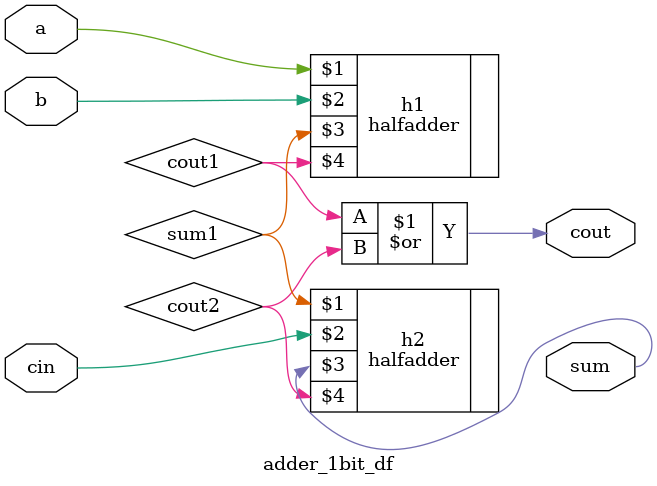
<source format=v>
module adder_1bit_gate (a,b,cin,sum,cout
);
input a,b,cin;
output cout,sum;
wire sum1,cout1,cout2;
halfadder h1(a,b,sum1,cout1);
halfadder h2(sum1,cin,sum,cout2);

or(cout,cout1,cout2);


    
endmodule

module adder_1bit_df (a,b,cin,sum,cout
);
input a,b,cin;
output cout,sum;
wire sum1,cout1,cout2;
halfadder h1(a,b,sum1,cout1);
halfadder h2(sum1,cin,sum,cout2);

assign cout=cout1|cout2;


    
endmodule


</source>
